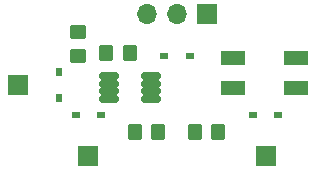
<source format=gbr>
%TF.GenerationSoftware,KiCad,Pcbnew,7.0.9*%
%TF.CreationDate,2024-03-13T02:42:54-05:00*%
%TF.ProjectId,MUX,4d55582e-6b69-4636-9164-5f7063625858,rev?*%
%TF.SameCoordinates,Original*%
%TF.FileFunction,Soldermask,Top*%
%TF.FilePolarity,Negative*%
%FSLAX46Y46*%
G04 Gerber Fmt 4.6, Leading zero omitted, Abs format (unit mm)*
G04 Created by KiCad (PCBNEW 7.0.9) date 2024-03-13 02:42:54*
%MOMM*%
%LPD*%
G01*
G04 APERTURE LIST*
G04 Aperture macros list*
%AMRoundRect*
0 Rectangle with rounded corners*
0 $1 Rounding radius*
0 $2 $3 $4 $5 $6 $7 $8 $9 X,Y pos of 4 corners*
0 Add a 4 corners polygon primitive as box body*
4,1,4,$2,$3,$4,$5,$6,$7,$8,$9,$2,$3,0*
0 Add four circle primitives for the rounded corners*
1,1,$1+$1,$2,$3*
1,1,$1+$1,$4,$5*
1,1,$1+$1,$6,$7*
1,1,$1+$1,$8,$9*
0 Add four rect primitives between the rounded corners*
20,1,$1+$1,$2,$3,$4,$5,0*
20,1,$1+$1,$4,$5,$6,$7,0*
20,1,$1+$1,$6,$7,$8,$9,0*
20,1,$1+$1,$8,$9,$2,$3,0*%
G04 Aperture macros list end*
%ADD10R,0.609600X0.660400*%
%ADD11R,0.660400X0.609600*%
%ADD12RoundRect,0.122000X0.690000X0.180000X-0.690000X0.180000X-0.690000X-0.180000X0.690000X-0.180000X0*%
%ADD13RoundRect,0.250000X0.350000X0.450000X-0.350000X0.450000X-0.350000X-0.450000X0.350000X-0.450000X0*%
%ADD14RoundRect,0.250000X-0.350000X-0.450000X0.350000X-0.450000X0.350000X0.450000X-0.350000X0.450000X0*%
%ADD15R,1.700000X1.700000*%
%ADD16O,1.700000X1.700000*%
%ADD17RoundRect,0.102000X-0.937500X-0.525000X0.937500X-0.525000X0.937500X0.525000X-0.937500X0.525000X0*%
%ADD18RoundRect,0.102000X0.937500X0.525000X-0.937500X0.525000X-0.937500X-0.525000X0.937500X-0.525000X0*%
%ADD19RoundRect,0.250000X0.450000X-0.350000X0.450000X0.350000X-0.450000X0.350000X-0.450000X-0.350000X0*%
G04 APERTURE END LIST*
D10*
%TO.C,LED4*%
X145000000Y-86420500D03*
X145000000Y-88579500D03*
%TD*%
D11*
%TO.C,LED3*%
X153920500Y-85000000D03*
X156079500Y-85000000D03*
%TD*%
%TO.C,LED2*%
X161420500Y-90000000D03*
X163579500Y-90000000D03*
%TD*%
%TO.C,LED1*%
X148579500Y-90000000D03*
X146420500Y-90000000D03*
%TD*%
D12*
%TO.C,U1*%
X152770000Y-88675000D03*
X152770000Y-88025000D03*
X152770000Y-87375000D03*
X152770000Y-86725000D03*
X149230000Y-86725000D03*
X149230000Y-87375000D03*
X149230000Y-88025000D03*
X149230000Y-88675000D03*
%TD*%
D13*
%TO.C,R3*%
X151000000Y-84800000D03*
X149000000Y-84800000D03*
%TD*%
D14*
%TO.C,R1*%
X151400000Y-91440000D03*
X153400000Y-91440000D03*
%TD*%
D13*
%TO.C,R2*%
X158480000Y-91440000D03*
X156480000Y-91440000D03*
%TD*%
D15*
%TO.C,J1*%
X147500000Y-93500000D03*
%TD*%
%TO.C,J2*%
X162500000Y-93500000D03*
%TD*%
%TO.C,J3*%
X157500000Y-81500000D03*
D16*
X154960000Y-81500000D03*
X152420000Y-81500000D03*
%TD*%
D17*
%TO.C,D1*%
X159775000Y-85250000D03*
D18*
X165100000Y-85250000D03*
D17*
X159775000Y-87750000D03*
D18*
X165100000Y-87750000D03*
%TD*%
D15*
%TO.C,J6*%
X141500000Y-87500000D03*
%TD*%
D19*
%TO.C,R4*%
X146650000Y-85000000D03*
X146650000Y-83000000D03*
%TD*%
M02*

</source>
